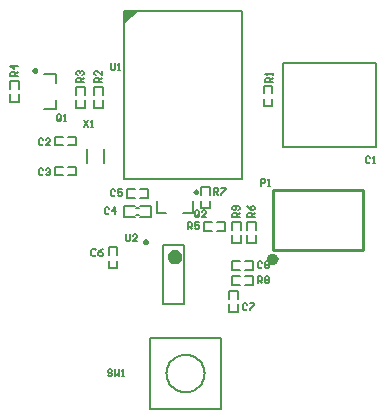
<source format=gto>
%FSTAX23Y23*%
%MOIN*%
%SFA1B1*%

%IPPOS*%
%ADD23C,0.005000*%
%ADD25C,0.006000*%
%ADD34C,0.009840*%
%ADD35C,0.020000*%
%ADD36C,0.023620*%
%ADD37C,0.007870*%
%ADD38C,0.010000*%
%LNpumpminder_v2-1*%
%LPD*%
G36*
X01445Y02367D02*
Y02407D01*
X01485*
X01445Y02367*
G37*
G54D23*
X01444Y01848D02*
Y02408D01*
X01838Y01848D02*
Y02408D01*
X01444Y01848D02*
X01838D01*
X01444Y02408D02*
X01838D01*
X01446Y02367D02*
X01485Y02406D01*
G54D25*
X01713Y012D02*
D01*
X01712Y01204*
X01712Y01208*
X01711Y01213*
X0171Y01217*
X01709Y01221*
X01707Y01225*
X01705Y01229*
X01703Y01233*
X017Y01237*
X01698Y0124*
X01695Y01243*
X01692Y01246*
X01688Y01249*
X01685Y01252*
X01681Y01254*
X01677Y01256*
X01673Y01258*
X01669Y01259*
X01665Y01261*
X0166Y01262*
X01656Y01262*
X01652Y01262*
X01647*
X01643Y01262*
X01639Y01262*
X01634Y01261*
X0163Y01259*
X01626Y01258*
X01622Y01256*
X01618Y01254*
X01614Y01252*
X01611Y01249*
X01607Y01246*
X01604Y01243*
X01601Y0124*
X01599Y01237*
X01596Y01233*
X01594Y01229*
X01592Y01225*
X0159Y01221*
X01589Y01217*
X01588Y01213*
X01587Y01208*
X01587Y01204*
X01586Y012*
X01587Y01195*
X01587Y01191*
X01588Y01186*
X01589Y01182*
X0159Y01178*
X01592Y01174*
X01594Y0117*
X01596Y01166*
X01599Y01162*
X01601Y01159*
X01604Y01156*
X01607Y01153*
X01611Y0115*
X01614Y01147*
X01618Y01145*
X01622Y01143*
X01626Y01141*
X0163Y0114*
X01634Y01138*
X01639Y01137*
X01643Y01137*
X01647Y01137*
X01652*
X01656Y01137*
X0166Y01137*
X01665Y01138*
X01669Y0114*
X01673Y01141*
X01677Y01143*
X01681Y01145*
X01685Y01147*
X01688Y0115*
X01692Y01153*
X01695Y01156*
X01698Y01159*
X017Y01162*
X01703Y01166*
X01705Y0117*
X01707Y01174*
X01709Y01178*
X0171Y01182*
X01711Y01186*
X01712Y01191*
X01712Y01195*
X01713Y012*
X01805Y01635D02*
X01834D01*
X01805Y01704D02*
X01834D01*
Y01679D02*
Y01704D01*
Y01635D02*
Y0166D01*
X01805Y01679D02*
Y01704D01*
Y01635D02*
Y0166D01*
X01796Y01404D02*
Y0143D01*
Y01449D02*
Y01475D01*
X01823Y01404D02*
Y0143D01*
Y01449D02*
Y01475D01*
X01796D02*
X01823D01*
X01796Y01404D02*
X01823D01*
X01805Y01495D02*
Y01524D01*
X01874Y01495D02*
Y01524D01*
X01849Y01495D02*
X01874D01*
X01805D02*
X0183D01*
X01849Y01524D02*
X01874D01*
X01805D02*
X0183D01*
X01855Y01704D02*
X01884D01*
X01855Y01635D02*
X01884D01*
X01855D02*
Y0166D01*
Y01679D02*
Y01704D01*
X01884Y01635D02*
Y0166D01*
Y01679D02*
Y01704D01*
X01712Y01675D02*
Y01704D01*
X01781Y01675D02*
Y01704D01*
X01756Y01675D02*
X01781D01*
X01712D02*
X01737D01*
X01756Y01704D02*
X01781D01*
X01712D02*
X01737D01*
X01804Y01573D02*
X0183D01*
X01849D02*
X01875D01*
X01804Y01546D02*
X0183D01*
X01849D02*
X01875D01*
Y01573*
X01804Y01546D02*
Y01573D01*
X0142Y01595D02*
Y01621D01*
Y0155D02*
Y01576D01*
X01393Y01595D02*
Y01621D01*
Y0155D02*
Y01576D01*
Y0155D02*
X0142D01*
X01393Y01621D02*
X0142D01*
X01499Y0172D02*
X01536D01*
X01443D02*
X0148D01*
X01499Y01759D02*
X01536D01*
X01443D02*
X0148D01*
X01443Y0172D02*
Y01759D01*
X01536Y0172D02*
Y01759D01*
X01499Y01786D02*
X01525D01*
X01454D02*
X0148D01*
X01499Y01813D02*
X01525D01*
X01454D02*
X0148D01*
X01454Y01786D02*
Y01813D01*
X01525Y01786D02*
Y01813D01*
X01702Y01751D02*
X01731D01*
X01702Y0182D02*
X01731D01*
Y01795D02*
Y0182D01*
Y01751D02*
Y01776D01*
X01702Y01795D02*
Y0182D01*
Y01751D02*
Y01776D01*
X01259Y01861D02*
X01285D01*
X01214D02*
X0124D01*
X01259Y01888D02*
X01285D01*
X01214D02*
X0124D01*
X01214Y01861D02*
Y01888D01*
X01285Y01861D02*
Y01888D01*
X01259Y01961D02*
X01285D01*
X01214D02*
X0124D01*
X01259Y01988D02*
X01285D01*
X01214D02*
X0124D01*
X01214Y01961D02*
Y01988D01*
X01285Y01961D02*
Y01988D01*
X01285Y02154D02*
X01314D01*
X01285Y02085D02*
X01314D01*
X01285D02*
Y0211D01*
Y02129D02*
Y02154D01*
X01314Y02085D02*
Y0211D01*
Y02129D02*
Y02154D01*
X01345Y02085D02*
X01374D01*
X01345Y02154D02*
X01374D01*
Y02129D02*
Y02154D01*
Y02085D02*
Y0211D01*
X01345Y02129D02*
Y02154D01*
Y02085D02*
Y0211D01*
X01065Y02105D02*
X01094D01*
X01065Y02174D02*
X01094D01*
Y02149D02*
Y02174D01*
Y02105D02*
Y0213D01*
X01065Y02149D02*
Y02174D01*
Y02105D02*
Y0213D01*
X0191Y02159D02*
X01939D01*
X0191Y0209D02*
X01939D01*
X0191D02*
Y02115D01*
Y02134D02*
Y02159D01*
X01939Y0209D02*
Y02115D01*
Y02134D02*
Y02159D01*
X01531Y01081D02*
Y01318D01*
X01768*
Y01081D02*
Y01318D01*
X01531Y01081D02*
X01768D01*
X02266Y01919D02*
X02262Y01923D01*
X02254*
X0225Y01919*
Y01904*
X02254Y019*
X02262*
X02266Y01904*
X02273Y019D02*
X02281D01*
X02277*
Y01923*
X02273Y01919*
X01175Y01979D02*
X01172Y01983D01*
X01164*
X0116Y01979*
Y01964*
X01164Y0196*
X01172*
X01175Y01964*
X01199Y0196D02*
X01183D01*
X01199Y01975*
Y01979*
X01195Y01983*
X01187*
X01183Y01979*
X01175Y01879D02*
X01172Y01883D01*
X01164*
X0116Y01879*
Y01864*
X01164Y0186*
X01172*
X01175Y01864*
X01183Y01879D02*
X01187Y01883D01*
X01195*
X01199Y01879*
Y01876*
X01195Y01872*
X01191*
X01195*
X01199Y01868*
Y01864*
X01195Y0186*
X01187*
X01183Y01864*
X01396Y01749D02*
X01392Y01753D01*
X01384*
X0138Y01749*
Y01734*
X01384Y0173*
X01392*
X01396Y01734*
X01415Y0173D02*
Y01753D01*
X01403Y01742*
X01419*
X01416Y01809D02*
X01412Y01813D01*
X01404*
X014Y01809*
Y01794*
X01404Y0179*
X01412*
X01416Y01794*
X01439Y01813D02*
X01423D01*
Y01802*
X01431Y01805*
X01435*
X01439Y01802*
Y01794*
X01435Y0179*
X01427*
X01423Y01794*
X01351Y0161D02*
X01348Y01614D01*
X0134*
X01336Y0161*
Y01595*
X0134Y01591*
X01348*
X01351Y01595*
X01375Y01614D02*
X01367Y0161D01*
X01359Y01603*
Y01595*
X01363Y01591*
X01371*
X01375Y01595*
Y01599*
X01371Y01603*
X01359*
X01856Y01429D02*
X01852Y01433D01*
X01844*
X0184Y01429*
Y01414*
X01844Y0141*
X01852*
X01856Y01414*
X01863Y01433D02*
X01879D01*
Y01429*
X01863Y01414*
Y0141*
X01906Y01569D02*
X01902Y01573D01*
X01894*
X0189Y01569*
Y01554*
X01894Y0155*
X01902*
X01906Y01554*
X01913Y01569D02*
X01917Y01573D01*
X01925*
X01929Y01569*
Y01565*
X01925Y01562*
X01929Y01558*
Y01554*
X01925Y0155*
X01917*
X01913Y01554*
Y01558*
X01917Y01562*
X01913Y01565*
Y01569*
X01917Y01562D02*
X01925D01*
X019Y01825D02*
Y01848D01*
X01912*
X01916Y01844*
Y01837*
X01912Y01833*
X019*
X01923Y01825D02*
X01931D01*
X01927*
Y01848*
X01923Y01844*
X01236Y02044D02*
Y02059D01*
X01232Y02063*
X01224*
X0122Y02059*
Y02044*
X01224Y0204*
X01232*
X01228Y02048D02*
X01236Y0204D01*
X01232D02*
X01236Y02044D01*
X01243Y0204D02*
X01251D01*
X01247*
Y02063*
X01243Y02059*
X01695Y01724D02*
Y01739D01*
X01692Y01743*
X01684*
X0168Y01739*
Y01724*
X01684Y0172*
X01692*
X01688Y01728D02*
X01695Y0172D01*
X01692D02*
X01695Y01724D01*
X01719Y0172D02*
X01703D01*
X01719Y01736*
Y01739*
X01715Y01743*
X01707*
X01703Y01739*
X0194Y0217D02*
X01916D01*
Y02182*
X0192Y02186*
X01928*
X01932Y02182*
Y0217*
Y02178D02*
X0194Y02186D01*
Y02193D02*
Y02201D01*
Y02197*
X01916*
X0192Y02193*
X0137Y0217D02*
X01346D01*
Y02182*
X0135Y02186*
X01358*
X01362Y02182*
Y0217*
Y02178D02*
X0137Y02186D01*
Y02209D02*
Y02193D01*
X01354Y02209*
X0135*
X01346Y02205*
Y02197*
X0135Y02193*
X0131Y0217D02*
X01286D01*
Y02182*
X0129Y02186*
X01298*
X01302Y02182*
Y0217*
Y02178D02*
X0131Y02186D01*
X0129Y02193D02*
X01286Y02197D01*
Y02205*
X0129Y02209*
X01294*
X01298Y02205*
Y02201*
Y02205*
X01302Y02209*
X01306*
X0131Y02205*
Y02197*
X01306Y02193*
X0109Y0219D02*
X01066D01*
Y02202*
X0107Y02206*
X01078*
X01082Y02202*
Y0219*
Y02198D02*
X0109Y02206D01*
Y02225D02*
X01066D01*
X01078Y02213*
Y02229*
X01657Y0168D02*
Y01703D01*
X01669*
X01672Y01699*
Y01692*
X01669Y01688*
X01657*
X01665D02*
X01672Y0168D01*
X01696Y01703D02*
X0168D01*
Y01692*
X01688Y01695*
X01692*
X01696Y01692*
Y01684*
X01692Y0168*
X01684*
X0168Y01684*
X0188Y0172D02*
X01856D01*
Y01732*
X0186Y01736*
X01868*
X01872Y01732*
Y0172*
Y01728D02*
X0188Y01736D01*
X01856Y01759D02*
X0186Y01751D01*
X01868Y01743*
X01876*
X0188Y01747*
Y01755*
X01876Y01759*
X01872*
X01868Y01755*
Y01743*
X01744Y01795D02*
Y01818D01*
X01756*
X01759Y01814*
Y01807*
X01756Y01803*
X01744*
X01752D02*
X01759Y01795D01*
X01767Y01818D02*
X01783D01*
Y01814*
X01767Y01799*
Y01795*
X0189Y015D02*
Y01523D01*
X01902*
X01906Y01519*
Y01512*
X01902Y01508*
X0189*
X01898D02*
X01906Y015D01*
X01913Y01519D02*
X01917Y01523D01*
X01925*
X01929Y01519*
Y01516*
X01925Y01512*
X01929Y01508*
Y01504*
X01925Y015*
X01917*
X01913Y01504*
Y01508*
X01917Y01512*
X01913Y01516*
Y01519*
X01917Y01512D02*
X01925D01*
X0183Y0172D02*
X01806D01*
Y01732*
X0181Y01736*
X01818*
X01822Y01732*
Y0172*
Y01728D02*
X0183Y01736D01*
X01826Y01743D02*
X0183Y01747D01*
Y01755*
X01826Y01759*
X0181*
X01806Y01755*
Y01747*
X0181Y01743*
X01814*
X01818Y01747*
Y01759*
X01406Y01209D02*
X01402Y01213D01*
X01394*
X0139Y01209*
Y01205*
X01394Y01202*
X01402*
X01406Y01198*
Y01194*
X01402Y0119*
X01394*
X0139Y01194*
X01413Y01213D02*
Y0119D01*
X01421Y01198*
X01429Y0119*
Y01213*
X01437Y0119D02*
X01445D01*
X01441*
Y01213*
X01437Y01209*
X014Y02233D02*
Y02214D01*
X01404Y0221*
X01412*
X01416Y02214*
Y02233*
X01423Y0221D02*
X01431D01*
X01427*
Y02233*
X01423Y02229*
X0145Y01663D02*
Y01644D01*
X01454Y0164*
X01462*
X01465Y01644*
Y01663*
X01489Y0164D02*
X01473D01*
X01489Y01656*
Y01659*
X01485Y01663*
X01477*
X01473Y01659*
X0131Y02043D02*
X01325Y0202D01*
Y02043D02*
X0131Y0202D01*
X01333D02*
X01341D01*
X01337*
Y02043*
X01333Y02039*
G54D34*
X01152Y0221D02*
D01*
X01152Y02211*
X01152Y02211*
X01152Y02211*
X01152Y02212*
X01152Y02212*
X01152Y02212*
X01152Y02213*
X01151Y02213*
X01151Y02213*
X01151Y02214*
X01151Y02214*
X0115Y02214*
X0115Y02214*
X0115Y02214*
X0115Y02215*
X01149Y02215*
X01149Y02215*
X01149Y02215*
X01148Y02215*
X01148Y02215*
X01148Y02215*
X01147Y02215*
X01147*
X01147Y02215*
X01146Y02215*
X01146Y02215*
X01146Y02215*
X01145Y02215*
X01145Y02215*
X01145Y02215*
X01144Y02214*
X01144Y02214*
X01144Y02214*
X01144Y02214*
X01143Y02214*
X01143Y02213*
X01143Y02213*
X01143Y02213*
X01143Y02212*
X01143Y02212*
X01142Y02212*
X01142Y02211*
X01142Y02211*
X01142Y02211*
X01142Y0221*
X01142Y0221*
X01142Y0221*
X01142Y02209*
X01142Y02209*
X01143Y02209*
X01143Y02208*
X01143Y02208*
X01143Y02208*
X01143Y02207*
X01143Y02207*
X01144Y02207*
X01144Y02207*
X01144Y02206*
X01144Y02206*
X01145Y02206*
X01145Y02206*
X01145Y02206*
X01146Y02206*
X01146Y02206*
X01146Y02206*
X01147Y02205*
X01147Y02205*
X01147*
X01148Y02205*
X01148Y02206*
X01148Y02206*
X01149Y02206*
X01149Y02206*
X01149Y02206*
X0115Y02206*
X0115Y02206*
X0115Y02206*
X0115Y02207*
X01151Y02207*
X01151Y02207*
X01151Y02207*
X01151Y02208*
X01152Y02208*
X01152Y02208*
X01152Y02209*
X01152Y02209*
X01152Y02209*
X01152Y0221*
X01152Y0221*
X01152Y0221*
X0152Y01638D02*
D01*
X0152Y01638*
X0152Y01639*
X0152Y01639*
X0152Y01639*
X0152Y0164*
X0152Y0164*
X01519Y0164*
X01519Y01641*
X01519Y01641*
X01519Y01641*
X01519Y01641*
X01518Y01642*
X01518Y01642*
X01518Y01642*
X01517Y01642*
X01517Y01642*
X01517Y01643*
X01517Y01643*
X01516Y01643*
X01516Y01643*
X01516Y01643*
X01515Y01643*
X01515*
X01514Y01643*
X01514Y01643*
X01514Y01643*
X01513Y01643*
X01513Y01643*
X01513Y01642*
X01513Y01642*
X01512Y01642*
X01512Y01642*
X01512Y01642*
X01511Y01641*
X01511Y01641*
X01511Y01641*
X01511Y01641*
X01511Y0164*
X01511Y0164*
X0151Y0164*
X0151Y01639*
X0151Y01639*
X0151Y01639*
X0151Y01638*
X0151Y01638*
X0151Y01638*
X0151Y01637*
X0151Y01637*
X0151Y01637*
X0151Y01636*
X01511Y01636*
X01511Y01636*
X01511Y01635*
X01511Y01635*
X01511Y01635*
X01511Y01635*
X01512Y01634*
X01512Y01634*
X01512Y01634*
X01513Y01634*
X01513Y01634*
X01513Y01633*
X01513Y01633*
X01514Y01633*
X01514Y01633*
X01514Y01633*
X01515Y01633*
X01515*
X01516Y01633*
X01516Y01633*
X01516Y01633*
X01517Y01633*
X01517Y01633*
X01517Y01634*
X01517Y01634*
X01518Y01634*
X01518Y01634*
X01518Y01634*
X01519Y01635*
X01519Y01635*
X01519Y01635*
X01519Y01635*
X01519Y01636*
X0152Y01636*
X0152Y01636*
X0152Y01637*
X0152Y01637*
X0152Y01637*
X0152Y01638*
X0152Y01638*
X01689Y01805D02*
D01*
X01689Y01805*
X01689Y01806*
X01689Y01806*
X01689Y01806*
X01689Y01807*
X01689Y01807*
X01689Y01807*
X01689Y01807*
X01688Y01808*
X01688Y01808*
X01688Y01808*
X01688Y01808*
X01687Y01809*
X01687Y01809*
X01687Y01809*
X01687Y01809*
X01686Y01809*
X01686Y01809*
X01686Y0181*
X01685Y0181*
X01685Y0181*
X01685Y0181*
X01684*
X01684Y0181*
X01684Y0181*
X01683Y0181*
X01683Y01809*
X01683Y01809*
X01682Y01809*
X01682Y01809*
X01682Y01809*
X01681Y01809*
X01681Y01808*
X01681Y01808*
X01681Y01808*
X0168Y01808*
X0168Y01807*
X0168Y01807*
X0168Y01807*
X0168Y01807*
X0168Y01806*
X0168Y01806*
X01679Y01806*
X01679Y01805*
X01679Y01805*
X01679Y01804*
X01679Y01804*
X0168Y01804*
X0168Y01803*
X0168Y01803*
X0168Y01803*
X0168Y01803*
X0168Y01802*
X0168Y01802*
X01681Y01802*
X01681Y01801*
X01681Y01801*
X01681Y01801*
X01682Y01801*
X01682Y01801*
X01682Y018*
X01683Y018*
X01683Y018*
X01683Y018*
X01684Y018*
X01684Y018*
X01684Y018*
X01685*
X01685Y018*
X01685Y018*
X01686Y018*
X01686Y018*
X01686Y018*
X01687Y018*
X01687Y01801*
X01687Y01801*
X01687Y01801*
X01688Y01801*
X01688Y01801*
X01688Y01802*
X01688Y01802*
X01689Y01802*
X01689Y01803*
X01689Y01803*
X01689Y01803*
X01689Y01803*
X01689Y01804*
X01689Y01804*
X01689Y01804*
X01689Y01805*
G54D35*
X0195Y0158D02*
D01*
X01949Y0158*
X01949Y01581*
X01949Y01582*
X01949Y01582*
X01949Y01583*
X01949Y01584*
X01948Y01584*
X01948Y01585*
X01948Y01585*
X01947Y01586*
X01947Y01586*
X01946Y01587*
X01946Y01587*
X01945Y01588*
X01945Y01588*
X01944Y01588*
X01943Y01589*
X01943Y01589*
X01942Y01589*
X01941Y01589*
X01941Y01589*
X0194Y01589*
X01939*
X01938Y01589*
X01938Y01589*
X01937Y01589*
X01936Y01589*
X01936Y01589*
X01935Y01588*
X01935Y01588*
X01934Y01588*
X01933Y01587*
X01933Y01587*
X01932Y01586*
X01932Y01586*
X01931Y01585*
X01931Y01585*
X01931Y01584*
X0193Y01584*
X0193Y01583*
X0193Y01582*
X0193Y01582*
X0193Y01581*
X0193Y0158*
X0193Y0158*
X0193Y01579*
X0193Y01578*
X0193Y01577*
X0193Y01577*
X0193Y01576*
X0193Y01575*
X01931Y01575*
X01931Y01574*
X01931Y01574*
X01932Y01573*
X01932Y01573*
X01933Y01572*
X01933Y01572*
X01934Y01571*
X01935Y01571*
X01935Y01571*
X01936Y0157*
X01936Y0157*
X01937Y0157*
X01938Y0157*
X01938Y0157*
X01939Y0157*
X0194*
X01941Y0157*
X01941Y0157*
X01942Y0157*
X01943Y0157*
X01943Y0157*
X01944Y01571*
X01945Y01571*
X01945Y01571*
X01946Y01572*
X01946Y01572*
X01947Y01573*
X01947Y01573*
X01948Y01574*
X01948Y01574*
X01948Y01575*
X01949Y01575*
X01949Y01576*
X01949Y01577*
X01949Y01577*
X01949Y01578*
X01949Y01579*
X0195Y0158*
G54D36*
X01625Y01589D02*
D01*
X01625Y01589*
X01625Y0159*
X01625Y01591*
X01625Y01592*
X01625Y01593*
X01624Y01593*
X01624Y01594*
X01623Y01595*
X01623Y01595*
X01622Y01596*
X01622Y01597*
X01621Y01597*
X01621Y01598*
X0162Y01598*
X01619Y01599*
X01619Y01599*
X01618Y016*
X01617Y016*
X01616Y016*
X01615Y016*
X01615Y016*
X01614Y016*
X01613*
X01612Y016*
X01611Y016*
X01611Y016*
X0161Y016*
X01609Y016*
X01608Y01599*
X01608Y01599*
X01607Y01598*
X01606Y01598*
X01606Y01597*
X01605Y01597*
X01604Y01596*
X01604Y01595*
X01603Y01595*
X01603Y01594*
X01603Y01593*
X01602Y01593*
X01602Y01592*
X01602Y01591*
X01602Y0159*
X01602Y01589*
X01602Y01589*
X01602Y01588*
X01602Y01587*
X01602Y01586*
X01602Y01585*
X01602Y01585*
X01603Y01584*
X01603Y01583*
X01603Y01582*
X01604Y01582*
X01604Y01581*
X01605Y0158*
X01606Y0158*
X01606Y01579*
X01607Y01579*
X01608Y01578*
X01608Y01578*
X01609Y01578*
X0161Y01577*
X01611Y01577*
X01611Y01577*
X01612Y01577*
X01613Y01577*
X01614*
X01615Y01577*
X01615Y01577*
X01616Y01577*
X01617Y01577*
X01618Y01578*
X01619Y01578*
X01619Y01578*
X0162Y01579*
X01621Y01579*
X01621Y0158*
X01622Y0158*
X01622Y01581*
X01623Y01582*
X01623Y01582*
X01624Y01583*
X01624Y01584*
X01625Y01585*
X01625Y01585*
X01625Y01586*
X01625Y01587*
X01625Y01588*
X01625Y01589*
G54D37*
X01178Y02199D02*
X01217D01*
Y02167D02*
Y02199D01*
X01178Y0208D02*
X01217D01*
Y02112*
X01975Y01955D02*
X02285D01*
Y02235*
X01975Y01955D02*
Y02235D01*
X02285*
X01574Y01431D02*
X01645D01*
X01574Y01628D02*
X01645D01*
Y01431D02*
Y01628D01*
X01574Y01431D02*
Y01628D01*
X01673Y01735D02*
Y01774D01*
X01641Y01735D02*
X01673D01*
X01554D02*
Y01774D01*
Y01735D02*
X01586D01*
X01486Y01728D02*
X01493D01*
X01486Y01751D02*
X01493D01*
X0132Y01901D02*
Y01948D01*
X01379Y01901D02*
Y01948D01*
G54D38*
X0194Y0181D02*
X0224D01*
X0194Y0161D02*
X0224D01*
X0194D02*
Y0181D01*
X0224Y0161D02*
Y0181D01*
M02*
</source>
